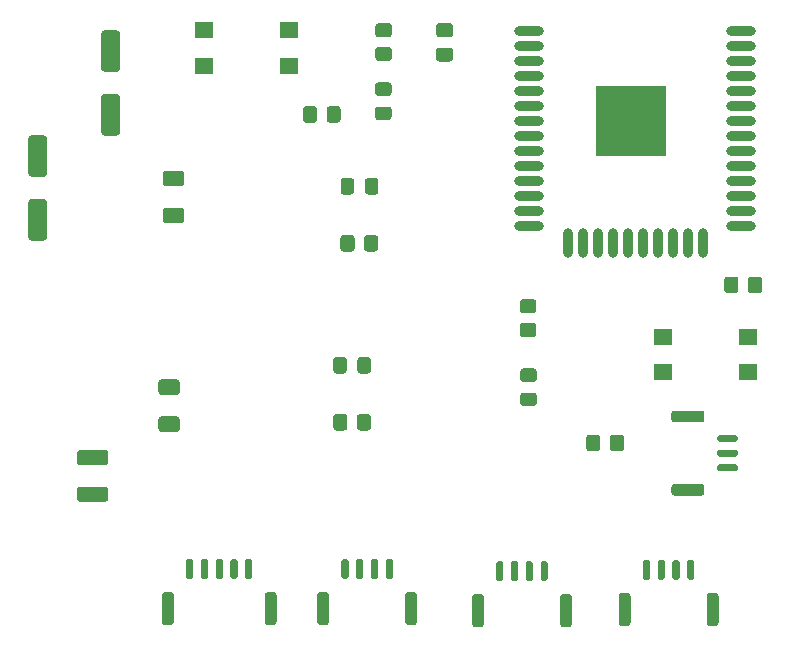
<source format=gbr>
%TF.GenerationSoftware,KiCad,Pcbnew,(5.1.12)-1*%
%TF.CreationDate,2022-01-20T11:45:25-05:00*%
%TF.ProjectId,PCB-ESP32S,5043422d-4553-4503-9332-532e6b696361,rev?*%
%TF.SameCoordinates,Original*%
%TF.FileFunction,Paste,Top*%
%TF.FilePolarity,Positive*%
%FSLAX46Y46*%
G04 Gerber Fmt 4.6, Leading zero omitted, Abs format (unit mm)*
G04 Created by KiCad (PCBNEW (5.1.12)-1) date 2022-01-20 11:45:25*
%MOMM*%
%LPD*%
G01*
G04 APERTURE LIST*
%ADD10R,1.600000X1.400000*%
%ADD11R,6.000000X6.000000*%
%ADD12O,2.500000X0.900000*%
%ADD13O,0.900000X2.500000*%
G04 APERTURE END LIST*
%TO.C,R5*%
G36*
G01*
X177741000Y-116724000D02*
X179891000Y-116724000D01*
G75*
G02*
X180141000Y-116974000I0J-250000D01*
G01*
X180141000Y-117774000D01*
G75*
G02*
X179891000Y-118024000I-250000J0D01*
G01*
X177741000Y-118024000D01*
G75*
G02*
X177491000Y-117774000I0J250000D01*
G01*
X177491000Y-116974000D01*
G75*
G02*
X177741000Y-116724000I250000J0D01*
G01*
G37*
G36*
G01*
X177741000Y-113624000D02*
X179891000Y-113624000D01*
G75*
G02*
X180141000Y-113874000I0J-250000D01*
G01*
X180141000Y-114674000D01*
G75*
G02*
X179891000Y-114924000I-250000J0D01*
G01*
X177741000Y-114924000D01*
G75*
G02*
X177491000Y-114674000I0J250000D01*
G01*
X177491000Y-113874000D01*
G75*
G02*
X177741000Y-113624000I250000J0D01*
G01*
G37*
%TD*%
%TO.C,TH1*%
G36*
G01*
X224359000Y-125980000D02*
X224359000Y-128280000D01*
G75*
G02*
X224109000Y-128530000I-250000J0D01*
G01*
X223609000Y-128530000D01*
G75*
G02*
X223359000Y-128280000I0J250000D01*
G01*
X223359000Y-125980000D01*
G75*
G02*
X223609000Y-125730000I250000J0D01*
G01*
X224109000Y-125730000D01*
G75*
G02*
X224359000Y-125980000I0J-250000D01*
G01*
G37*
G36*
G01*
X231809000Y-125980000D02*
X231809000Y-128280000D01*
G75*
G02*
X231559000Y-128530000I-250000J0D01*
G01*
X231059000Y-128530000D01*
G75*
G02*
X230809000Y-128280000I0J250000D01*
G01*
X230809000Y-125980000D01*
G75*
G02*
X231059000Y-125730000I250000J0D01*
G01*
X231559000Y-125730000D01*
G75*
G02*
X231809000Y-125980000I0J-250000D01*
G01*
G37*
G36*
G01*
X226009000Y-123080000D02*
X226009000Y-124480000D01*
G75*
G02*
X225859000Y-124630000I-150000J0D01*
G01*
X225559000Y-124630000D01*
G75*
G02*
X225409000Y-124480000I0J150000D01*
G01*
X225409000Y-123080000D01*
G75*
G02*
X225559000Y-122930000I150000J0D01*
G01*
X225859000Y-122930000D01*
G75*
G02*
X226009000Y-123080000I0J-150000D01*
G01*
G37*
G36*
G01*
X227259000Y-123080000D02*
X227259000Y-124480000D01*
G75*
G02*
X227109000Y-124630000I-150000J0D01*
G01*
X226809000Y-124630000D01*
G75*
G02*
X226659000Y-124480000I0J150000D01*
G01*
X226659000Y-123080000D01*
G75*
G02*
X226809000Y-122930000I150000J0D01*
G01*
X227109000Y-122930000D01*
G75*
G02*
X227259000Y-123080000I0J-150000D01*
G01*
G37*
G36*
G01*
X228509000Y-123080000D02*
X228509000Y-124480000D01*
G75*
G02*
X228359000Y-124630000I-150000J0D01*
G01*
X228059000Y-124630000D01*
G75*
G02*
X227909000Y-124480000I0J150000D01*
G01*
X227909000Y-123080000D01*
G75*
G02*
X228059000Y-122930000I150000J0D01*
G01*
X228359000Y-122930000D01*
G75*
G02*
X228509000Y-123080000I0J-150000D01*
G01*
G37*
G36*
G01*
X229759000Y-123080000D02*
X229759000Y-124480000D01*
G75*
G02*
X229609000Y-124630000I-150000J0D01*
G01*
X229309000Y-124630000D01*
G75*
G02*
X229159000Y-124480000I0J150000D01*
G01*
X229159000Y-123080000D01*
G75*
G02*
X229309000Y-122930000I150000J0D01*
G01*
X229609000Y-122930000D01*
G75*
G02*
X229759000Y-123080000I0J-150000D01*
G01*
G37*
%TD*%
%TO.C,J1*%
G36*
G01*
X230369300Y-111293600D02*
X228069300Y-111293600D01*
G75*
G02*
X227819300Y-111043600I0J250000D01*
G01*
X227819300Y-110543600D01*
G75*
G02*
X228069300Y-110293600I250000J0D01*
G01*
X230369300Y-110293600D01*
G75*
G02*
X230619300Y-110543600I0J-250000D01*
G01*
X230619300Y-111043600D01*
G75*
G02*
X230369300Y-111293600I-250000J0D01*
G01*
G37*
G36*
G01*
X230369300Y-117493600D02*
X228069300Y-117493600D01*
G75*
G02*
X227819300Y-117243600I0J250000D01*
G01*
X227819300Y-116743600D01*
G75*
G02*
X228069300Y-116493600I250000J0D01*
G01*
X230369300Y-116493600D01*
G75*
G02*
X230619300Y-116743600I0J-250000D01*
G01*
X230619300Y-117243600D01*
G75*
G02*
X230369300Y-117493600I-250000J0D01*
G01*
G37*
G36*
G01*
X233269300Y-112943600D02*
X231869300Y-112943600D01*
G75*
G02*
X231719300Y-112793600I0J150000D01*
G01*
X231719300Y-112493600D01*
G75*
G02*
X231869300Y-112343600I150000J0D01*
G01*
X233269300Y-112343600D01*
G75*
G02*
X233419300Y-112493600I0J-150000D01*
G01*
X233419300Y-112793600D01*
G75*
G02*
X233269300Y-112943600I-150000J0D01*
G01*
G37*
G36*
G01*
X233269300Y-114193600D02*
X231869300Y-114193600D01*
G75*
G02*
X231719300Y-114043600I0J150000D01*
G01*
X231719300Y-113743600D01*
G75*
G02*
X231869300Y-113593600I150000J0D01*
G01*
X233269300Y-113593600D01*
G75*
G02*
X233419300Y-113743600I0J-150000D01*
G01*
X233419300Y-114043600D01*
G75*
G02*
X233269300Y-114193600I-150000J0D01*
G01*
G37*
G36*
G01*
X233269300Y-115443600D02*
X231869300Y-115443600D01*
G75*
G02*
X231719300Y-115293600I0J150000D01*
G01*
X231719300Y-114993600D01*
G75*
G02*
X231869300Y-114843600I150000J0D01*
G01*
X233269300Y-114843600D01*
G75*
G02*
X233419300Y-114993600I0J-150000D01*
G01*
X233419300Y-115293600D01*
G75*
G02*
X233269300Y-115443600I-150000J0D01*
G01*
G37*
%TD*%
%TO.C,J3*%
G36*
G01*
X185684800Y-125903800D02*
X185684800Y-128203800D01*
G75*
G02*
X185434800Y-128453800I-250000J0D01*
G01*
X184934800Y-128453800D01*
G75*
G02*
X184684800Y-128203800I0J250000D01*
G01*
X184684800Y-125903800D01*
G75*
G02*
X184934800Y-125653800I250000J0D01*
G01*
X185434800Y-125653800D01*
G75*
G02*
X185684800Y-125903800I0J-250000D01*
G01*
G37*
G36*
G01*
X194384800Y-125903800D02*
X194384800Y-128203800D01*
G75*
G02*
X194134800Y-128453800I-250000J0D01*
G01*
X193634800Y-128453800D01*
G75*
G02*
X193384800Y-128203800I0J250000D01*
G01*
X193384800Y-125903800D01*
G75*
G02*
X193634800Y-125653800I250000J0D01*
G01*
X194134800Y-125653800D01*
G75*
G02*
X194384800Y-125903800I0J-250000D01*
G01*
G37*
G36*
G01*
X187334800Y-123003800D02*
X187334800Y-124403800D01*
G75*
G02*
X187184800Y-124553800I-150000J0D01*
G01*
X186884800Y-124553800D01*
G75*
G02*
X186734800Y-124403800I0J150000D01*
G01*
X186734800Y-123003800D01*
G75*
G02*
X186884800Y-122853800I150000J0D01*
G01*
X187184800Y-122853800D01*
G75*
G02*
X187334800Y-123003800I0J-150000D01*
G01*
G37*
G36*
G01*
X188584800Y-123003800D02*
X188584800Y-124403800D01*
G75*
G02*
X188434800Y-124553800I-150000J0D01*
G01*
X188134800Y-124553800D01*
G75*
G02*
X187984800Y-124403800I0J150000D01*
G01*
X187984800Y-123003800D01*
G75*
G02*
X188134800Y-122853800I150000J0D01*
G01*
X188434800Y-122853800D01*
G75*
G02*
X188584800Y-123003800I0J-150000D01*
G01*
G37*
G36*
G01*
X189834800Y-123003800D02*
X189834800Y-124403800D01*
G75*
G02*
X189684800Y-124553800I-150000J0D01*
G01*
X189384800Y-124553800D01*
G75*
G02*
X189234800Y-124403800I0J150000D01*
G01*
X189234800Y-123003800D01*
G75*
G02*
X189384800Y-122853800I150000J0D01*
G01*
X189684800Y-122853800D01*
G75*
G02*
X189834800Y-123003800I0J-150000D01*
G01*
G37*
G36*
G01*
X191084800Y-123003800D02*
X191084800Y-124403800D01*
G75*
G02*
X190934800Y-124553800I-150000J0D01*
G01*
X190634800Y-124553800D01*
G75*
G02*
X190484800Y-124403800I0J150000D01*
G01*
X190484800Y-123003800D01*
G75*
G02*
X190634800Y-122853800I150000J0D01*
G01*
X190934800Y-122853800D01*
G75*
G02*
X191084800Y-123003800I0J-150000D01*
G01*
G37*
G36*
G01*
X192334800Y-123003800D02*
X192334800Y-124403800D01*
G75*
G02*
X192184800Y-124553800I-150000J0D01*
G01*
X191884800Y-124553800D01*
G75*
G02*
X191734800Y-124403800I0J150000D01*
G01*
X191734800Y-123003800D01*
G75*
G02*
X191884800Y-122853800I150000J0D01*
G01*
X192184800Y-122853800D01*
G75*
G02*
X192334800Y-123003800I0J-150000D01*
G01*
G37*
%TD*%
D10*
%TO.C,SW2*%
X227146300Y-107062400D03*
X234346300Y-107062400D03*
X227146300Y-104062400D03*
X234346300Y-104062400D03*
%TD*%
%TO.C,SW1*%
X188271600Y-81103600D03*
X195471600Y-81103600D03*
X188271600Y-78103600D03*
X195471600Y-78103600D03*
%TD*%
%TO.C,R8*%
G36*
G01*
X221811900Y-112579999D02*
X221811900Y-113480001D01*
G75*
G02*
X221561901Y-113730000I-249999J0D01*
G01*
X220861899Y-113730000D01*
G75*
G02*
X220611900Y-113480001I0J249999D01*
G01*
X220611900Y-112579999D01*
G75*
G02*
X220861899Y-112330000I249999J0D01*
G01*
X221561901Y-112330000D01*
G75*
G02*
X221811900Y-112579999I0J-249999D01*
G01*
G37*
G36*
G01*
X223811900Y-112579999D02*
X223811900Y-113480001D01*
G75*
G02*
X223561901Y-113730000I-249999J0D01*
G01*
X222861899Y-113730000D01*
G75*
G02*
X222611900Y-113480001I0J249999D01*
G01*
X222611900Y-112579999D01*
G75*
G02*
X222861899Y-112330000I249999J0D01*
G01*
X223561901Y-112330000D01*
G75*
G02*
X223811900Y-112579999I0J-249999D01*
G01*
G37*
%TD*%
%TO.C,Cdes1*%
G36*
G01*
X209085200Y-78671000D02*
X208135200Y-78671000D01*
G75*
G02*
X207885200Y-78421000I0J250000D01*
G01*
X207885200Y-77746000D01*
G75*
G02*
X208135200Y-77496000I250000J0D01*
G01*
X209085200Y-77496000D01*
G75*
G02*
X209335200Y-77746000I0J-250000D01*
G01*
X209335200Y-78421000D01*
G75*
G02*
X209085200Y-78671000I-250000J0D01*
G01*
G37*
G36*
G01*
X209085200Y-80746000D02*
X208135200Y-80746000D01*
G75*
G02*
X207885200Y-80496000I0J250000D01*
G01*
X207885200Y-79821000D01*
G75*
G02*
X208135200Y-79571000I250000J0D01*
G01*
X209085200Y-79571000D01*
G75*
G02*
X209335200Y-79821000I0J-250000D01*
G01*
X209335200Y-80496000D01*
G75*
G02*
X209085200Y-80746000I-250000J0D01*
G01*
G37*
%TD*%
%TO.C,C2*%
G36*
G01*
X174717800Y-90490000D02*
X173617800Y-90490000D01*
G75*
G02*
X173367800Y-90240000I0J250000D01*
G01*
X173367800Y-87240000D01*
G75*
G02*
X173617800Y-86990000I250000J0D01*
G01*
X174717800Y-86990000D01*
G75*
G02*
X174967800Y-87240000I0J-250000D01*
G01*
X174967800Y-90240000D01*
G75*
G02*
X174717800Y-90490000I-250000J0D01*
G01*
G37*
G36*
G01*
X174717800Y-95890000D02*
X173617800Y-95890000D01*
G75*
G02*
X173367800Y-95640000I0J250000D01*
G01*
X173367800Y-92640000D01*
G75*
G02*
X173617800Y-92390000I250000J0D01*
G01*
X174717800Y-92390000D01*
G75*
G02*
X174967800Y-92640000I0J-250000D01*
G01*
X174967800Y-95640000D01*
G75*
G02*
X174717800Y-95890000I-250000J0D01*
G01*
G37*
%TD*%
%TO.C,J5*%
G36*
G01*
X211938400Y-126081600D02*
X211938400Y-128381600D01*
G75*
G02*
X211688400Y-128631600I-250000J0D01*
G01*
X211188400Y-128631600D01*
G75*
G02*
X210938400Y-128381600I0J250000D01*
G01*
X210938400Y-126081600D01*
G75*
G02*
X211188400Y-125831600I250000J0D01*
G01*
X211688400Y-125831600D01*
G75*
G02*
X211938400Y-126081600I0J-250000D01*
G01*
G37*
G36*
G01*
X219388400Y-126081600D02*
X219388400Y-128381600D01*
G75*
G02*
X219138400Y-128631600I-250000J0D01*
G01*
X218638400Y-128631600D01*
G75*
G02*
X218388400Y-128381600I0J250000D01*
G01*
X218388400Y-126081600D01*
G75*
G02*
X218638400Y-125831600I250000J0D01*
G01*
X219138400Y-125831600D01*
G75*
G02*
X219388400Y-126081600I0J-250000D01*
G01*
G37*
G36*
G01*
X213588400Y-123181600D02*
X213588400Y-124581600D01*
G75*
G02*
X213438400Y-124731600I-150000J0D01*
G01*
X213138400Y-124731600D01*
G75*
G02*
X212988400Y-124581600I0J150000D01*
G01*
X212988400Y-123181600D01*
G75*
G02*
X213138400Y-123031600I150000J0D01*
G01*
X213438400Y-123031600D01*
G75*
G02*
X213588400Y-123181600I0J-150000D01*
G01*
G37*
G36*
G01*
X214838400Y-123181600D02*
X214838400Y-124581600D01*
G75*
G02*
X214688400Y-124731600I-150000J0D01*
G01*
X214388400Y-124731600D01*
G75*
G02*
X214238400Y-124581600I0J150000D01*
G01*
X214238400Y-123181600D01*
G75*
G02*
X214388400Y-123031600I150000J0D01*
G01*
X214688400Y-123031600D01*
G75*
G02*
X214838400Y-123181600I0J-150000D01*
G01*
G37*
G36*
G01*
X216088400Y-123181600D02*
X216088400Y-124581600D01*
G75*
G02*
X215938400Y-124731600I-150000J0D01*
G01*
X215638400Y-124731600D01*
G75*
G02*
X215488400Y-124581600I0J150000D01*
G01*
X215488400Y-123181600D01*
G75*
G02*
X215638400Y-123031600I150000J0D01*
G01*
X215938400Y-123031600D01*
G75*
G02*
X216088400Y-123181600I0J-150000D01*
G01*
G37*
G36*
G01*
X217338400Y-123181600D02*
X217338400Y-124581600D01*
G75*
G02*
X217188400Y-124731600I-150000J0D01*
G01*
X216888400Y-124731600D01*
G75*
G02*
X216738400Y-124581600I0J150000D01*
G01*
X216738400Y-123181600D01*
G75*
G02*
X216888400Y-123031600I150000J0D01*
G01*
X217188400Y-123031600D01*
G75*
G02*
X217338400Y-123181600I0J-150000D01*
G01*
G37*
%TD*%
%TO.C,J4*%
G36*
G01*
X198832000Y-125903800D02*
X198832000Y-128203800D01*
G75*
G02*
X198582000Y-128453800I-250000J0D01*
G01*
X198082000Y-128453800D01*
G75*
G02*
X197832000Y-128203800I0J250000D01*
G01*
X197832000Y-125903800D01*
G75*
G02*
X198082000Y-125653800I250000J0D01*
G01*
X198582000Y-125653800D01*
G75*
G02*
X198832000Y-125903800I0J-250000D01*
G01*
G37*
G36*
G01*
X206282000Y-125903800D02*
X206282000Y-128203800D01*
G75*
G02*
X206032000Y-128453800I-250000J0D01*
G01*
X205532000Y-128453800D01*
G75*
G02*
X205282000Y-128203800I0J250000D01*
G01*
X205282000Y-125903800D01*
G75*
G02*
X205532000Y-125653800I250000J0D01*
G01*
X206032000Y-125653800D01*
G75*
G02*
X206282000Y-125903800I0J-250000D01*
G01*
G37*
G36*
G01*
X200482000Y-123003800D02*
X200482000Y-124403800D01*
G75*
G02*
X200332000Y-124553800I-150000J0D01*
G01*
X200032000Y-124553800D01*
G75*
G02*
X199882000Y-124403800I0J150000D01*
G01*
X199882000Y-123003800D01*
G75*
G02*
X200032000Y-122853800I150000J0D01*
G01*
X200332000Y-122853800D01*
G75*
G02*
X200482000Y-123003800I0J-150000D01*
G01*
G37*
G36*
G01*
X201732000Y-123003800D02*
X201732000Y-124403800D01*
G75*
G02*
X201582000Y-124553800I-150000J0D01*
G01*
X201282000Y-124553800D01*
G75*
G02*
X201132000Y-124403800I0J150000D01*
G01*
X201132000Y-123003800D01*
G75*
G02*
X201282000Y-122853800I150000J0D01*
G01*
X201582000Y-122853800D01*
G75*
G02*
X201732000Y-123003800I0J-150000D01*
G01*
G37*
G36*
G01*
X202982000Y-123003800D02*
X202982000Y-124403800D01*
G75*
G02*
X202832000Y-124553800I-150000J0D01*
G01*
X202532000Y-124553800D01*
G75*
G02*
X202382000Y-124403800I0J150000D01*
G01*
X202382000Y-123003800D01*
G75*
G02*
X202532000Y-122853800I150000J0D01*
G01*
X202832000Y-122853800D01*
G75*
G02*
X202982000Y-123003800I0J-150000D01*
G01*
G37*
G36*
G01*
X204232000Y-123003800D02*
X204232000Y-124403800D01*
G75*
G02*
X204082000Y-124553800I-150000J0D01*
G01*
X203782000Y-124553800D01*
G75*
G02*
X203632000Y-124403800I0J150000D01*
G01*
X203632000Y-123003800D01*
G75*
G02*
X203782000Y-122853800I150000J0D01*
G01*
X204082000Y-122853800D01*
G75*
G02*
X204232000Y-123003800I0J-150000D01*
G01*
G37*
%TD*%
%TO.C,D2*%
G36*
G01*
X216172201Y-107868300D02*
X215272199Y-107868300D01*
G75*
G02*
X215022200Y-107618301I0J249999D01*
G01*
X215022200Y-106968299D01*
G75*
G02*
X215272199Y-106718300I249999J0D01*
G01*
X216172201Y-106718300D01*
G75*
G02*
X216422200Y-106968299I0J-249999D01*
G01*
X216422200Y-107618301D01*
G75*
G02*
X216172201Y-107868300I-249999J0D01*
G01*
G37*
G36*
G01*
X216172201Y-109918300D02*
X215272199Y-109918300D01*
G75*
G02*
X215022200Y-109668301I0J249999D01*
G01*
X215022200Y-109018299D01*
G75*
G02*
X215272199Y-108768300I249999J0D01*
G01*
X216172201Y-108768300D01*
G75*
G02*
X216422200Y-109018299I0J-249999D01*
G01*
X216422200Y-109668301D01*
G75*
G02*
X216172201Y-109918300I-249999J0D01*
G01*
G37*
%TD*%
%TO.C,D1*%
G36*
G01*
X203878601Y-85699400D02*
X202978599Y-85699400D01*
G75*
G02*
X202728600Y-85449401I0J249999D01*
G01*
X202728600Y-84799399D01*
G75*
G02*
X202978599Y-84549400I249999J0D01*
G01*
X203878601Y-84549400D01*
G75*
G02*
X204128600Y-84799399I0J-249999D01*
G01*
X204128600Y-85449401D01*
G75*
G02*
X203878601Y-85699400I-249999J0D01*
G01*
G37*
G36*
G01*
X203878601Y-83649400D02*
X202978599Y-83649400D01*
G75*
G02*
X202728600Y-83399401I0J249999D01*
G01*
X202728600Y-82749399D01*
G75*
G02*
X202978599Y-82499400I249999J0D01*
G01*
X203878601Y-82499400D01*
G75*
G02*
X204128600Y-82749399I0J-249999D01*
G01*
X204128600Y-83399401D01*
G75*
G02*
X203878601Y-83649400I-249999J0D01*
G01*
G37*
%TD*%
%TO.C,D3*%
G36*
G01*
X201228000Y-106901401D02*
X201228000Y-106001399D01*
G75*
G02*
X201477999Y-105751400I249999J0D01*
G01*
X202128001Y-105751400D01*
G75*
G02*
X202378000Y-106001399I0J-249999D01*
G01*
X202378000Y-106901401D01*
G75*
G02*
X202128001Y-107151400I-249999J0D01*
G01*
X201477999Y-107151400D01*
G75*
G02*
X201228000Y-106901401I0J249999D01*
G01*
G37*
G36*
G01*
X199178000Y-106901401D02*
X199178000Y-106001399D01*
G75*
G02*
X199427999Y-105751400I249999J0D01*
G01*
X200078001Y-105751400D01*
G75*
G02*
X200328000Y-106001399I0J-249999D01*
G01*
X200328000Y-106901401D01*
G75*
G02*
X200078001Y-107151400I-249999J0D01*
G01*
X199427999Y-107151400D01*
G75*
G02*
X199178000Y-106901401I0J249999D01*
G01*
G37*
%TD*%
%TO.C,C5*%
G36*
G01*
X186324001Y-91302000D02*
X185023999Y-91302000D01*
G75*
G02*
X184774000Y-91052001I0J249999D01*
G01*
X184774000Y-90226999D01*
G75*
G02*
X185023999Y-89977000I249999J0D01*
G01*
X186324001Y-89977000D01*
G75*
G02*
X186574000Y-90226999I0J-249999D01*
G01*
X186574000Y-91052001D01*
G75*
G02*
X186324001Y-91302000I-249999J0D01*
G01*
G37*
G36*
G01*
X186324001Y-94427000D02*
X185023999Y-94427000D01*
G75*
G02*
X184774000Y-94177001I0J249999D01*
G01*
X184774000Y-93351999D01*
G75*
G02*
X185023999Y-93102000I249999J0D01*
G01*
X186324001Y-93102000D01*
G75*
G02*
X186574000Y-93351999I0J-249999D01*
G01*
X186574000Y-94177001D01*
G75*
G02*
X186324001Y-94427000I-249999J0D01*
G01*
G37*
%TD*%
%TO.C,C3*%
G36*
G01*
X180890000Y-81600000D02*
X179790000Y-81600000D01*
G75*
G02*
X179540000Y-81350000I0J250000D01*
G01*
X179540000Y-78350000D01*
G75*
G02*
X179790000Y-78100000I250000J0D01*
G01*
X180890000Y-78100000D01*
G75*
G02*
X181140000Y-78350000I0J-250000D01*
G01*
X181140000Y-81350000D01*
G75*
G02*
X180890000Y-81600000I-250000J0D01*
G01*
G37*
G36*
G01*
X180890000Y-87000000D02*
X179790000Y-87000000D01*
G75*
G02*
X179540000Y-86750000I0J250000D01*
G01*
X179540000Y-83750000D01*
G75*
G02*
X179790000Y-83500000I250000J0D01*
G01*
X180890000Y-83500000D01*
G75*
G02*
X181140000Y-83750000I0J-250000D01*
G01*
X181140000Y-86750000D01*
G75*
G02*
X180890000Y-87000000I-250000J0D01*
G01*
G37*
%TD*%
%TO.C,C4*%
G36*
G01*
X185943001Y-108980400D02*
X184642999Y-108980400D01*
G75*
G02*
X184393000Y-108730401I0J249999D01*
G01*
X184393000Y-107905399D01*
G75*
G02*
X184642999Y-107655400I249999J0D01*
G01*
X185943001Y-107655400D01*
G75*
G02*
X186193000Y-107905399I0J-249999D01*
G01*
X186193000Y-108730401D01*
G75*
G02*
X185943001Y-108980400I-249999J0D01*
G01*
G37*
G36*
G01*
X185943001Y-112105400D02*
X184642999Y-112105400D01*
G75*
G02*
X184393000Y-111855401I0J249999D01*
G01*
X184393000Y-111030399D01*
G75*
G02*
X184642999Y-110780400I249999J0D01*
G01*
X185943001Y-110780400D01*
G75*
G02*
X186193000Y-111030399I0J-249999D01*
G01*
X186193000Y-111855401D01*
G75*
G02*
X185943001Y-112105400I-249999J0D01*
G01*
G37*
%TD*%
%TO.C,R4*%
G36*
G01*
X216134101Y-102063600D02*
X215234099Y-102063600D01*
G75*
G02*
X214984100Y-101813601I0J249999D01*
G01*
X214984100Y-101113599D01*
G75*
G02*
X215234099Y-100863600I249999J0D01*
G01*
X216134101Y-100863600D01*
G75*
G02*
X216384100Y-101113599I0J-249999D01*
G01*
X216384100Y-101813601D01*
G75*
G02*
X216134101Y-102063600I-249999J0D01*
G01*
G37*
G36*
G01*
X216134101Y-104063600D02*
X215234099Y-104063600D01*
G75*
G02*
X214984100Y-103813601I0J249999D01*
G01*
X214984100Y-103113599D01*
G75*
G02*
X215234099Y-102863600I249999J0D01*
G01*
X216134101Y-102863600D01*
G75*
G02*
X216384100Y-103113599I0J-249999D01*
G01*
X216384100Y-103813601D01*
G75*
G02*
X216134101Y-104063600I-249999J0D01*
G01*
G37*
%TD*%
%TO.C,R2*%
G36*
G01*
X203904001Y-78695600D02*
X203003999Y-78695600D01*
G75*
G02*
X202754000Y-78445601I0J249999D01*
G01*
X202754000Y-77745599D01*
G75*
G02*
X203003999Y-77495600I249999J0D01*
G01*
X203904001Y-77495600D01*
G75*
G02*
X204154000Y-77745599I0J-249999D01*
G01*
X204154000Y-78445601D01*
G75*
G02*
X203904001Y-78695600I-249999J0D01*
G01*
G37*
G36*
G01*
X203904001Y-80695600D02*
X203003999Y-80695600D01*
G75*
G02*
X202754000Y-80445601I0J249999D01*
G01*
X202754000Y-79745599D01*
G75*
G02*
X203003999Y-79495600I249999J0D01*
G01*
X203904001Y-79495600D01*
G75*
G02*
X204154000Y-79745599I0J-249999D01*
G01*
X204154000Y-80445601D01*
G75*
G02*
X203904001Y-80695600I-249999J0D01*
G01*
G37*
%TD*%
%TO.C,R7*%
G36*
G01*
X201793300Y-96576301D02*
X201793300Y-95676299D01*
G75*
G02*
X202043299Y-95426300I249999J0D01*
G01*
X202743301Y-95426300D01*
G75*
G02*
X202993300Y-95676299I0J-249999D01*
G01*
X202993300Y-96576301D01*
G75*
G02*
X202743301Y-96826300I-249999J0D01*
G01*
X202043299Y-96826300D01*
G75*
G02*
X201793300Y-96576301I0J249999D01*
G01*
G37*
G36*
G01*
X199793300Y-96576301D02*
X199793300Y-95676299D01*
G75*
G02*
X200043299Y-95426300I249999J0D01*
G01*
X200743301Y-95426300D01*
G75*
G02*
X200993300Y-95676299I0J-249999D01*
G01*
X200993300Y-96576301D01*
G75*
G02*
X200743301Y-96826300I-249999J0D01*
G01*
X200043299Y-96826300D01*
G75*
G02*
X199793300Y-96576301I0J249999D01*
G01*
G37*
%TD*%
%TO.C,R6*%
G36*
G01*
X201187000Y-111727401D02*
X201187000Y-110827399D01*
G75*
G02*
X201436999Y-110577400I249999J0D01*
G01*
X202137001Y-110577400D01*
G75*
G02*
X202387000Y-110827399I0J-249999D01*
G01*
X202387000Y-111727401D01*
G75*
G02*
X202137001Y-111977400I-249999J0D01*
G01*
X201436999Y-111977400D01*
G75*
G02*
X201187000Y-111727401I0J249999D01*
G01*
G37*
G36*
G01*
X199187000Y-111727401D02*
X199187000Y-110827399D01*
G75*
G02*
X199436999Y-110577400I249999J0D01*
G01*
X200137001Y-110577400D01*
G75*
G02*
X200387000Y-110827399I0J-249999D01*
G01*
X200387000Y-111727401D01*
G75*
G02*
X200137001Y-111977400I-249999J0D01*
G01*
X199436999Y-111977400D01*
G75*
G02*
X199187000Y-111727401I0J249999D01*
G01*
G37*
%TD*%
%TO.C,R3*%
G36*
G01*
X234295900Y-100094201D02*
X234295900Y-99194199D01*
G75*
G02*
X234545899Y-98944200I249999J0D01*
G01*
X235245901Y-98944200D01*
G75*
G02*
X235495900Y-99194199I0J-249999D01*
G01*
X235495900Y-100094201D01*
G75*
G02*
X235245901Y-100344200I-249999J0D01*
G01*
X234545899Y-100344200D01*
G75*
G02*
X234295900Y-100094201I0J249999D01*
G01*
G37*
G36*
G01*
X232295900Y-100094201D02*
X232295900Y-99194199D01*
G75*
G02*
X232545899Y-98944200I249999J0D01*
G01*
X233245901Y-98944200D01*
G75*
G02*
X233495900Y-99194199I0J-249999D01*
G01*
X233495900Y-100094201D01*
G75*
G02*
X233245901Y-100344200I-249999J0D01*
G01*
X232545899Y-100344200D01*
G75*
G02*
X232295900Y-100094201I0J249999D01*
G01*
G37*
%TD*%
%TO.C,R1*%
G36*
G01*
X197821600Y-84766999D02*
X197821600Y-85667001D01*
G75*
G02*
X197571601Y-85917000I-249999J0D01*
G01*
X196871599Y-85917000D01*
G75*
G02*
X196621600Y-85667001I0J249999D01*
G01*
X196621600Y-84766999D01*
G75*
G02*
X196871599Y-84517000I249999J0D01*
G01*
X197571601Y-84517000D01*
G75*
G02*
X197821600Y-84766999I0J-249999D01*
G01*
G37*
G36*
G01*
X199821600Y-84766999D02*
X199821600Y-85667001D01*
G75*
G02*
X199571601Y-85917000I-249999J0D01*
G01*
X198871599Y-85917000D01*
G75*
G02*
X198621600Y-85667001I0J249999D01*
G01*
X198621600Y-84766999D01*
G75*
G02*
X198871599Y-84517000I249999J0D01*
G01*
X199571601Y-84517000D01*
G75*
G02*
X199821600Y-84766999I0J-249999D01*
G01*
G37*
%TD*%
%TO.C,D4*%
G36*
G01*
X201859300Y-91750301D02*
X201859300Y-90850299D01*
G75*
G02*
X202109299Y-90600300I249999J0D01*
G01*
X202759301Y-90600300D01*
G75*
G02*
X203009300Y-90850299I0J-249999D01*
G01*
X203009300Y-91750301D01*
G75*
G02*
X202759301Y-92000300I-249999J0D01*
G01*
X202109299Y-92000300D01*
G75*
G02*
X201859300Y-91750301I0J249999D01*
G01*
G37*
G36*
G01*
X199809300Y-91750301D02*
X199809300Y-90850299D01*
G75*
G02*
X200059299Y-90600300I249999J0D01*
G01*
X200709301Y-90600300D01*
G75*
G02*
X200959300Y-90850299I0J-249999D01*
G01*
X200959300Y-91750301D01*
G75*
G02*
X200709301Y-92000300I-249999J0D01*
G01*
X200059299Y-92000300D01*
G75*
G02*
X199809300Y-91750301I0J249999D01*
G01*
G37*
%TD*%
D11*
%TO.C,U1*%
X224437434Y-85812662D03*
D12*
X215737434Y-78112662D03*
X215737434Y-79382662D03*
X215737434Y-80652662D03*
X215737434Y-81922662D03*
X215737434Y-83192662D03*
X215737434Y-84462662D03*
X215737434Y-85732662D03*
X215737434Y-87002662D03*
X215737434Y-88272662D03*
X215737434Y-89542662D03*
X215737434Y-90812662D03*
X215737434Y-92082662D03*
X215737434Y-93352662D03*
X215737434Y-94622662D03*
D13*
X219022434Y-96112662D03*
X220292434Y-96112662D03*
X221562434Y-96112662D03*
X222832434Y-96112662D03*
X224102434Y-96112662D03*
X225372434Y-96112662D03*
X226642434Y-96112662D03*
X227912434Y-96112662D03*
X229182434Y-96112662D03*
X230452434Y-96112662D03*
D12*
X233737434Y-94622662D03*
X233737434Y-93352662D03*
X233737434Y-92082662D03*
X233737434Y-90812662D03*
X233737434Y-89542662D03*
X233737434Y-88272662D03*
X233737434Y-87002662D03*
X233737434Y-85732662D03*
X233737434Y-84462662D03*
X233737434Y-83192662D03*
X233737434Y-81922662D03*
X233737434Y-80652662D03*
X233737434Y-79382662D03*
X233737434Y-78112662D03*
%TD*%
M02*

</source>
